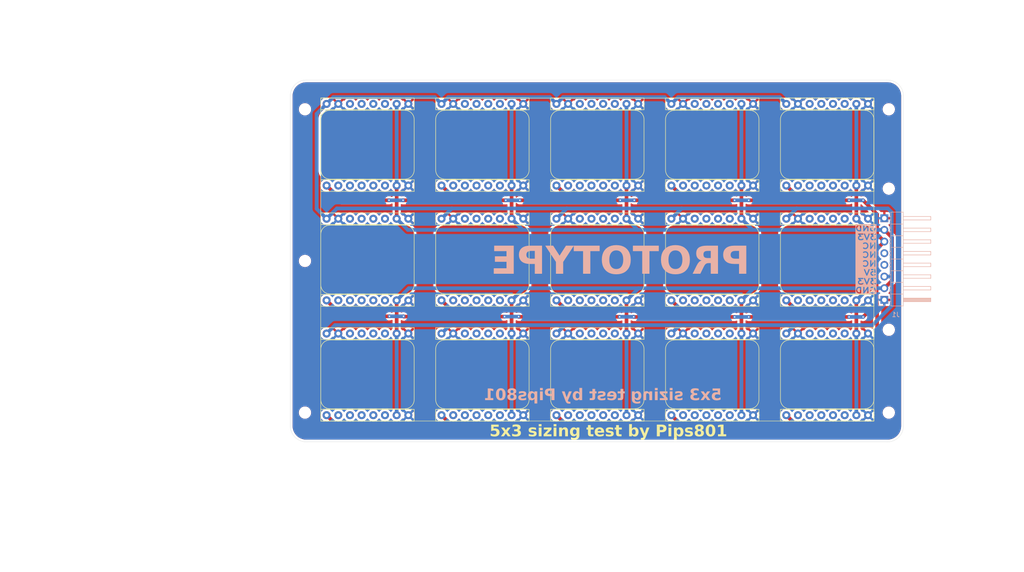
<source format=kicad_pcb>
(kicad_pcb (version 20240108) (generator "pcbnew") (generator_version "8.0")
  (title_block (title "5x3 sizing test") (date "2025-01-13") (rev "R1"))
  (layers (0 "F.Cu" signal) (31 "B.Cu" signal) (34 "B.Paste" user) (35 "F.Paste" user) (36 "B.SilkS" user "B.Silkscreen") (37 "F.SilkS" user "F.Silkscreen") (38 "B.Mask" user) (39 "F.Mask" user) (44 "Edge.Cuts" user))
  (net 0 "")
  (net 2 "+5V")
  (net 3 "PROG4")
  (net 4 "GND")
  (net 5 "PROG1")
  (net 6 "CLK")
  (net 7 "+3.3V")
  (net 8 "SDA")
  (net 9 "PROG3")
  (net 11 "PROG2")
  (net 13 "SCL")
  (footprint "MiniBadge:MiniBadge_Slot_Reflective" (layer "F.Cu") (at 172.415 43.275)
    (property "Reference" "MB4" (hide yes))
    (property "Value" "MiniBadge_Full")
  )
  (footprint "MiniBadge:MiniBadge_Slot_Reflective" (layer "F.Cu") (at 197.415 68.275)
    (property "Reference" "MB10" (hide yes))
    (property "Value" "MiniBadge_Full")
  )
  (footprint "MountingHole:MountingHole_2.2mm_M2" (layer "F.Cu") (at 220.98 45.72)
    (property "Reference" "REF**")
    (property "Value" "MountingHole_2.2mm_M2")
  )
  (footprint "MountingHole:MountingHole_2.2mm_M2" (layer "F.Cu") (at 93.98 45.72)
    (property "Reference" "REF**")
    (property "Value" "MountingHole_2.2mm_M2")
  )
  (footprint "MiniBadge:MiniBadge_Slot_Reflective" (layer "F.Cu") (at 172.415 68.275)
    (property "Reference" "MB9" (hide yes))
    (property "Value" "MiniBadge_Full")
  )
  (footprint "MiniBadge:MiniBadge_Slot_Reflective" (layer "F.Cu") (at 147.415 68.275)
    (property "Reference" "MB8" (hide yes))
    (property "Value" "MiniBadge_Full")
  )
  (footprint "MiniBadge:MiniBadge_Slot_Reflective" (layer "F.Cu") (at 122.415 68.275)
    (property "Reference" "MB7" (hide yes))
    (property "Value" "MiniBadge_Full")
  )
  (footprint "MiniBadge:MiniBadge_Slot_Reflective" (layer "F.Cu") (at 122.415 43.275)
    (property "Reference" "MB2" (hide yes))
    (property "Value" "MiniBadge_Full")
  )
  (footprint "MiniBadge:MiniBadge_Slot_Reflective" (layer "F.Cu") (at 147.415 93.275)
    (property "Reference" "MB13" (hide yes))
    (property "Value" "MiniBadge_Full")
  )
  (footprint "MiniBadge:MiniBadge_Slot_Reflective" (layer "F.Cu") (at 197.415 93.275)
    (property "Reference" "MB15" (hide yes))
    (property "Value" "MiniBadge_Full")
  )
  (footprint "MiniBadge:MiniBadge_Slot_Reflective" (layer "F.Cu") (at 122.415 93.275)
    (property "Reference" "MB12" (hide yes))
    (property "Value" "MiniBadge_Full")
  )
  (footprint "MiniBadge:MiniBadge_Slot_Reflective" (layer "F.Cu") (at 197.415 43.275)
    (property "Reference" "MB5" (hide yes))
    (property "Value" "MiniBadge_Full")
  )
  (footprint "MiniBadge:MiniBadge_Slot_Reflective" (layer "F.Cu") (at 97.415 68.275)
    (property "Reference" "MB6" (hide yes))
    (property "Value" "MiniBadge_Full")
  )
  (footprint "MiniBadge:MiniBadge_Slot_Reflective" (layer "F.Cu") (at 147.415 43.275)
    (property "Reference" "MB3" (hide yes))
    (property "Value" "MiniBadge_Full")
  )
  (footprint "MountingHole:MountingHole_2.2mm_M2" (layer "F.Cu") (at 93.98 111.76)
    (property "Reference" "REF**")
    (property "Value" "MountingHole_2.2mm_M2")
  )
  (footprint "MountingHole:MountingHole_2.2mm_M2" (layer "F.Cu") (at 220.98 93.726)
    (property "Reference" "REF**")
    (property "Value" "MountingHole_2.2mm_M2")
  )
  (footprint "MountingHole:MountingHole_2.2mm_M2" (layer "F.Cu") (at 220.98 62.992)
    (property "Reference" "REF**")
    (property "Value" "MountingHole_2.2mm_M2")
  )
  (footprint "MountingHole:MountingHole_2.2mm_M2" (layer "F.Cu") (at 93.98 78.74)
    (property "Reference" "REF**")
    (property "Value" "MountingHole_2.2mm_M2")
  )
  (footprint "MountingHole:MountingHole_2.2mm_M2" (layer "F.Cu") (at 220.98 111.76)
    (property "Reference" "REF**")
    (property "Value" "MountingHole_2.2mm_M2")
  )
  (footprint "MiniBadge:MiniBadge_Slot_Reflective" (layer "F.Cu") (at 97.415 93.275)
    (property "Reference" "MB11" (hide yes))
    (property "Value" "MiniBadge_Full")
  )
  (footprint "MiniBadge:MiniBadge_Slot_Reflective" (layer "F.Cu") (at 172.415 93.275)
    (property "Reference" "MB14" (hide yes))
    (property "Value" "MiniBadge_Full")
  )
  (footprint "MiniBadge:MiniBadge_Slot_Reflective" (layer "F.Cu") (at 97.415 43.275)
    (property "Reference" "MB1" (hide yes))
    (property "Value" "MiniBadge_Full")
  )
  (footprint "Connector_PinHeader_2.54mm:PinHeader_1x08_P2.54mm_Horizontal" (layer "B.Cu") (at 220.013793 87.217334)
    (property "Reference" "J1")
    (property "Value" "Conn_01x08_Socket")
  )
  (gr_rect (start 97.415 43.275) (end 217.735 113.595) (stroke (width 0.1)) (fill none) (layer "F.SilkS"))
  (gr_line (start 220.632892 118.134314) (end 94.327108 118.134314) (stroke (width 0.05)) (layer "Edge.Cuts"))
  (gr_arc (start 94.327108 118.134314) (mid 91.827981 117.14061) (end 90.792808 114.741595) (stroke (width 0.05)) (layer "Edge.Cuts"))
  (gr_line (start 90.792808 114.741595) (end 90.792808 42.738406) (stroke (width 0.05)) (layer "Edge.Cuts"))
  (gr_line (start 224.167192 42.738406) (end 224.167192 114.741595) (stroke (width 0.05)) (layer "Edge.Cuts"))
  (gr_arc (start 90.792808 42.738406) (mid 91.827981 40.33939) (end 94.327108 39.345687) (stroke (width 0.05)) (layer "Edge.Cuts"))
  (gr_arc (start 220.632892 39.345687) (mid 223.132019 40.33939) (end 224.167192 42.738406) (stroke (width 0.05)) (layer "Edge.Cuts"))
  (gr_arc (start 224.167192 114.741595) (mid 223.132019 117.14061) (end 220.632892 118.134314) (stroke (width 0.05)) (layer "Edge.Cuts"))
  (gr_line (start 94.327108 39.345687) (end 220.632892 39.345687) (stroke (width 0.05)) (layer "Edge.Cuts"))
  (gr_text "${TITLE} by Pips801" (at 184.658 109.474 0) (layer "B.SilkS") (effects (font (size 2.5 2.5) (thickness 0.3)) (justify left bottom mirror)))
  (gr_text "PROTOTYPE" (at 190.754 82.55 0) (layer "B.SilkS") (effects (font (size 6 6) (thickness 0.3) (bold yes)) (justify left bottom mirror)))
  (gr_text "GND\n3V3\nNC\nNC\nNC\n5V\n3V3\nGND" (at 218.44 85.852 -0) (layer "B.SilkS" knockout) (effects (font (size 1.2 1.5) (thickness 0.25)) (justify left bottom mirror)))
  (gr_text "${TITLE} by Pips801" (at 134.112 117.348 -0) (layer "F.SilkS") (effects (font (size 2.5 2.5) (thickness 0.3)) (justify left bottom)))
  (segment (start 198.685 44.545) (end 197.21 43.07) (width 0.8) (layer "B.Cu") (net 2))
  (segment (start 172.21 43.07) (end 150.16 43.07) (width 0.8) (layer "B.Cu") (net 2))
  (segment (start 100.52 92.71) (end 98.685 94.545) (width 0.8) (layer "B.Cu") (net 2))
  (segment (start 100.16 43.07) (end 98.685 44.545) (width 0.8) (layer "B.Cu") (net 2))
  (segment (start 125.92 67.31) (end 100.92 67.31) (width 0.8) (layer "B.Cu") (net 2))
  (segment (start 200.92 67.31) (end 198.685 69.545) (width 0.8) (layer "B.Cu") (net 2))
  (segment (start 98.685 44.545) (end 96.52 46.71) (width 0.8) (layer "B.Cu") (net 2))
  (segment (start 96.52 46.71) (end 96.52 67.38) (width 0.8) (layer "B.Cu") (net 2))
  (segment (start 175.52 92.71) (end 150.52 92.71) (width 0.8) (layer "B.Cu") (net 2))
  (segment (start 125.16 43.07) (end 123.685 44.545) (width 0.8) (layer "B.Cu") (net 2))
  (segment (start 197.21 43.07) (end 175.16 43.07) (width 0.8) (layer "B.Cu") (net 2))
  (segment (start 221.241459 82.137334) (end 221.463793 81.915) (width 0.8) (layer "B.Cu") (net 2))
  (segment (start 175.16 43.07) (end 173.685 44.545) (width 0.8) (layer "B.Cu") (net 2))
  (segment (start 150.92 67.31) (end 125.92 67.31) (width 0.8) (layer "B.Cu") (net 2))
  (segment (start 220.786459 67.31) (end 200.92 67.31) (width 0.8) (layer "B.Cu") (net 2))
  (segment (start 221.615 88.516127) (end 221.615 82.066207) (width 0.8) (layer "B.Cu") (net 2))
  (segment (start 96.52 67.38) (end 98.685 69.545) (width 0.8) (layer "B.Cu") (net 2))
  (segment (start 200.52 92.71) (end 217.421127 92.71) (width 0.8) (layer "B.Cu") (net 2))
  (segment (start 150.92 67.31) (end 148.685 69.545) (width 0.8) (layer "B.Cu") (net 2))
  (segment (start 221.463793 81.915) (end 221.615 81.763793) (width 0.8) (layer "B.Cu") (net 2))
  (segment (start 175.92 67.31) (end 150.92 67.31) (width 0.8) (layer "B.Cu") (net 2))
  (segment (start 150.16 43.07) (end 148.685 44.545) (width 0.8) (layer "B.Cu") (net 2))
  (segment (start 221.615 82.066207) (end 221.463793 81.915) (width 0.8) (layer "B.Cu") (net 2))
  (segment (start 125.52 92.71) (end 100.52 92.71) (width 0.8) (layer "B.Cu") (net 2))
  (segment (start 221.615 81.763793) (end 221.615 68.138541) (width 0.8) (layer "B.Cu") (net 2))
  (segment (start 220.013793 82.137334) (end 221.241459 82.137334) (width 0.8) (layer "B.Cu") (net 2))
  (segment (start 173.685 44.545) (end 172.21 43.07) (width 0.8) (layer "B.Cu") (net 2))
  (segment (start 200.52 92.71) (end 198.685 94.545) (width 0.8) (layer "B.Cu") (net 2))
  (segment (start 122.21 43.07) (end 100.16 43.07) (width 0.8) (layer "B.Cu") (net 2))
  (segment (start 175.92 67.31) (end 173.685 69.545) (width 0.8) (layer "B.Cu") (net 2))
  (segment (start 123.685 44.545) (end 122.21 43.07) (width 0.8) (layer "B.Cu") (net 2))
  (segment (start 217.421127 92.71) (end 221.615 88.516127) (width 0.8) (layer "B.Cu") (net 2))
  (segment (start 150.52 92.71) (end 125.52 92.71) (width 0.8) (layer "B.Cu") (net 2))
  (segment (start 150.52 92.71) (end 148.685 94.545) (width 0.8) (layer "B.Cu") (net 2))
  (segment (start 125.92 67.31) (end 123.685 69.545) (width 0.8) (layer "B.Cu") (net 2))
  (segment (start 200.92 67.31) (end 175.92 67.31) (width 0.8) (layer "B.Cu") (net 2))
  (segment (start 147.21 43.07) (end 125.16 43.07) (width 0.8) (layer "B.Cu") (net 2))
  (segment (start 200.52 92.71) (end 175.52 92.71) (width 0.8) (layer "B.Cu") (net 2))
  (segment (start 148.685 44.545) (end 147.21 43.07) (width 0.8) (layer "B.Cu") (net 2))
  (segment (start 175.52 92.71) (end 173.685 94.545) (width 0.8) (layer "B.Cu") (net 2))
  (segment (start 221.615 68.138541) (end 220.786459 67.31) (width 0.8) (layer "B.Cu") (net 2))
  (segment (start 125.52 92.71) (end 123.685 94.545) (width 0.8) (layer "B.Cu") (net 2))
  (segment (start 100.92 67.31) (end 98.685 69.545) (width 0.8) (layer "B.Cu") (net 2))
  (segment (start 218.335242 87.884) (end 218.335242 87.988758) (width 0.8) (layer "F.Cu") (net 6))
  (segment (start 176.892 65.532) (end 165.608 65.532) (width 0.8) (layer "F.Cu") (net 6))
  (segment (start 162.56 65.532) (end 151.892 65.532) (width 0.8) (layer "F.Cu") (net 6))
  (segment (start 151.892 65.532) (end 140.716 65.532) (width 0.8) (layer "F.Cu") (net 6))
  (segment (start 187.452 65.532) (end 176.892 65.532) (width 0.8) (layer "F.Cu") (net 6))
  (segment (start 137.404997 90.856212) (end 127.216212 90.856212) (width 0.8) (layer "F.Cu") (net 6))
  (segment (start 140.498469 90.901684) (end 140.452997 90.856212) (width 0.8) (layer "F.Cu") (net 6))
  (segment (start 217.465992 114.3) (end 200.66 114.3) (width 0.8) (layer "F.Cu") (net 6))
  (segment (start 102.155581 90.795581) (end 98.685 87.325) (width 0.8) (layer "F.Cu") (net 6))
  (segment (start 218.335242 76.195885) (end 218.335242 87.884) (width 0.8) (layer "F.Cu") (net 6))
  (segment (start 218.44 68.58) (end 215.392 65.532) (width 0.8) (layer "F.Cu") (net 6))
  (segment (start 152.261684 90.901684) (end 140.498469 90.901684) (width 0.8) (layer "F.Cu") (net 6))
  (segment (start 218.335242 87.884) (end 218.44 87.988758) (width 0.8) (layer "F.Cu") (net 6))
  (segment (start 200.66 114.3) (end 198.685 112.325) (width 0.8) (layer "F.Cu") (net 6))
  (segment (start 115.473331 90.856212) (end 115.4127 90.795581) (width 0.8) (layer "F.Cu") (net 6))
  (segment (start 218.335242 87.988758) (end 215.392 90.932) (width 0.8) (layer "F.Cu") (net 6))
  (segment (start 202.292 90.932) (end 190.5 90.932) (width 0.8) (layer "F.Cu") (net 6))
  (segment (start 175.66 114.3) (end 150.66 114.3) (width 0.8) (layer "F.Cu") (net 6))
  (segment (start 218.44 113.325992) (end 217.465992 114.3) (width 0.8) (layer "F.Cu") (net 6))
  (segment (start 212.344 65.532) (end 201.892 65.532) (width 0.8) (layer "F.Cu") (net 6))
  (segment (start 201.892 65.532) (end 198.685 62.325) (width 0.8) (layer "F.Cu") (net 6))
  (segment (start 177.292 90.932) (end 173.685 87.325) (width 0.8) (layer "F.Cu") (net 6))
  (segment (start 125.514 114.154) (end 100.514 114.154) (width 0.8) (layer "F.Cu") (net 6))
  (segment (start 162.430137 90.901684) (end 152.261684 90.901684) (width 0.8) (layer "F.Cu") (net 6))
  (segment (start 112.3647 90.795581) (end 102.155581 90.795581) (width 0.8) (layer "F.Cu") (net 6))
  (segment (start 165.508453 90.932) (end 165.478137 90.901684) (width 0.8) (layer "F.Cu") (net 6))
  (segment (start 218.44 87.988758) (end 218.44 113.325992) (width 0.8) (layer "F.Cu") (net 6))
  (segment (start 100.514 114.154) (end 98.685 112.325) (width 0.8) (layer "F.Cu") (net 6))
  (segment (start 175.66 114.3) (end 173.685 112.325) (width 0.8) (layer "F.Cu") (net 6))
  (segment (start 218.44 72.943541) (end 218.44 68.58) (width 0.8) (layer "F.Cu") (net 6))
  (segment (start 127.216212 90.856212) (end 123.685 87.325) (width 0.8) (layer "F.Cu") (net 6))
  (segment (start 220.013793 74.517334) (end 218.335242 76.195885) (width 0.8) (layer "F.Cu") (net 6))
  (segment (start 202.292 90.932) (end 198.685 87.325) (width 0.8) (layer "F.Cu") (net 6))
  (segment (start 220.013793 74.517334) (end 218.44 72.943541) (width 0.8) (layer "F.Cu") (net 6))
  (segment (start 126.892 65.532) (end 115.316 65.532) (width 0.8) (layer "F.Cu") (net 6))
  (segment (start 127.216212 90.856212) (end 115.473331 90.856212) (width 0.8) (layer "F.Cu") (net 6))
  (segment (start 152.261684 90.901684) (end 148.685 87.325) (width 0.8) (layer "F.Cu") (net 6))
  (segment (start 150.514 114.154) (end 125.514 114.154) (width 0.8) (layer "F.Cu") (net 6))
  (segment (start 112.268 65.532) (end 101.892 65.532) (width 0.8) (layer "F.Cu") (net 6))
  (segment (start 177.292 90.932) (end 165.508453 90.932) (width 0.8) (layer "F.Cu") (net 6))
  (segment (start 150.66 114.3) (end 150.514 114.154) (width 0.8) (layer "F.Cu") (net 6))
  (segment (start 187.452 90.932) (end 177.292 90.932) (width 0.8) (layer "F.Cu") (net 6))
  (segment (start 126.892 65.532) (end 123.685 62.325) (width 0.8) (layer "F.Cu") (net 6))
  (segment (start 201.892 65.532) (end 190.5 65.532) (width 0.8) (layer "F.Cu") (net 6))
  (segment (start 125.514 114.154) (end 123.685 112.325) (width 0.8) (layer "F.Cu") (net 6))
  (segment (start 200.66 114.3) (end 175.66 114.3) (width 0.8) (layer "F.Cu") (net 6))
  (segment (start 137.668 65.532) (end 126.892 65.532) (width 0.8) (layer "F.Cu") (net 6))
  (segment (start 151.892 65.532) (end 148.685 62.325) (width 0.8) (layer "F.Cu") (net 6))
  (segment (start 212.344 90.932) (end 202.292 90.932) (width 0.8) (layer "F.Cu") (net 6))
  (segment (start 176.892 65.532) (end 173.685 62.325) (width 0.8) (layer "F.Cu") (net 6))
  (segment (start 101.892 65.532) (end 98.685 62.325) (width 0.8) (layer "F.Cu") (net 6))
  (segment (start 150.66 114.3) (end 148.685 112.325) (width 0.8) (layer "F.Cu") (net 6))
  (via (at 215.392 65.532) (size 0.6) (drill 0.3) (layers "F.Cu" "B.Cu") (net 6))
  (via (at 190.5 90.932) (size 0.6) (drill 0.3) (layers "F.Cu" "B.Cu") (net 6))
  (via (at 162.56 65.532) (size 0.6) (drill 0.3) (layers "F.Cu" "B.Cu") (net 6))
  (via (at 165.478137 90.901684) (size 0.6) (drill 0.3) (layers "F.Cu" "B.Cu") (net 6))
  (via (at 212.344 90.932) (size 0.6) (drill 0.3) (layers "F.Cu" "B.Cu") (net 6))
  (via (at 187.452 90.932) (size 0.6) (drill 0.3) (layers "F.Cu" "B.Cu") (net 6))
  (via (at 162.430137 90.901684) (size 0.6) (drill 0.3) (layers "F.Cu" "B.Cu") (net 6))
  (via (at 137.668 65.532) (size 0.6) (drill 0.3) (layers "F.Cu" "B.Cu") (net 6))
  (via (at 165.608 65.532) (size 0.6) (drill 0.3) (layers "F.Cu" "B.Cu") (net 6))
  (via (at 140.716 65.532) (size 0.6) (drill 0.3) (layers "F.Cu" "B.Cu") (net 6))
  (via (at 115.4127 90.795581) (size 0.6) (drill 0.3) (layers "F.Cu" "B.Cu") (net 6))
  (via (at 212.344 65.532) (size 0.6) (drill 0.3) (layers "F.Cu" "B.Cu") (net 6))
  (via (at 112.3647 90.795581) (size 0.6) (drill 0.3) (layers "F.Cu" "B.Cu") (net 6))
  (via (at 137.404997 90.856212) (size 0.6) (drill 0.3) (layers "F.Cu" "B.Cu") (net 6))
  (via (at 112.268 65.532) (size 0.6) (drill 0.3) (layers "F.Cu" "B.Cu") (net 6))
  (via (at 190.5 65.532) (size 0.6) (drill 0.3) (layers "F.Cu" "B.Cu") (net 6))
  (via (at 215.392 90.932) (size 0.6) (drill 0.3) (layers "F.Cu" "B.Cu") (net 6))
  (via (at 140.452997 90.856212) (size 0.6) (drill 0.3) (layers "F.Cu" "B.Cu") (net 6))
  (via (at 115.316 65.532) (size 0.6) (drill 0.3) (layers "F.Cu" "B.Cu") (net 6))
  (via (at 187.452 65.532) (size 0.6) (drill 0.3) (layers "F.Cu" "B.Cu") (net 6))
  (segment (start 165.478137 90.901684) (end 162.430137 90.901684) (width 0.8) (layer "B.Cu") (net 6))
  (segment (start 215.392 65.532) (end 212.344 65.532) (width 0.8) (layer "B.Cu") (net 6))
  (segment (start 140.452997 90.856212) (end 137.404997 90.856212) (width 0.8) (layer "B.Cu") (net 6))
  (segment (start 115.4127 90.795581) (end 112.3647 90.795581) (width 0.8) (layer "B.Cu") (net 6))
  (segment (start 140.716 65.532) (end 137.668 65.532) (width 0.8) (layer "B.Cu") (net 6))
  (segment (start 190.5 90.932) (end 187.452 90.932) (width 0.8) (layer "B.Cu") (net 6))
  (segment (start 215.392 90.932) (end 212.344 90.932) (width 0.8) (layer "B.Cu") (net 6))
  (segment (start 115.316 65.532) (end 112.268 65.532) (width 0.8) (layer "B.Cu") (net 6))
  (segment (start 190.5 65.532) (end 187.452 65.532) (width 0.8) (layer "B.Cu") (net 6))
  (segment (start 165.608 65.532) (end 162.56 65.532) (width 0.8) (layer "B.Cu") (net 6))
  (segment (start 221.71031 73.673851) (end 221.71031 82.980817) (width 0.8) (layer "F.Cu") (net 7))
  (segment (start 221.71031 82.980817) (end 220.013793 84.677334) (width 0.8) (layer "F.Cu") (net 7))
  (segment (start 220.013793 71.977334) (end 221.71031 73.673851) (width 0.8) (layer "F.Cu") (net 7))
  (segment (start 113.925 69.545) (end 113.925 62.325) (width 0.8) (layer "F.Cu") (net 7))
  (segment (start 213.925 87.325) (end 213.925 94.545) (width 0.8) (layer "F.Cu") (net 7))
  (segment (start 188.925 69.545) (end 188.925 62.325) (width 0.8) (layer "F.Cu") (net 7))
  (segment (start 163.925 94.545) (end 163.925 87.325) (width 0.8) (layer "F.Cu") (net 7))
  (segment (start 163.925 69.545) (end 163.925 62.325) (width 0.8) (layer "F.Cu") (net 7))
  (segment (start 138.925 87.325) (end 138.925 94.545) (width 0.8) (layer "F.Cu") (net 7))
  (segment (start 138.925 69.545) (end 138.925 62.325) (width 0.8) (layer "F.Cu") (net 7))
  (segment (start 188.925 87.325) (end 188.925 94.545) (width 0.8) (layer "F.Cu") (net 7))
  (segment (start 113.925 87.325) (end 113.925 94.545) (width 0.8) (layer "F.Cu") (net 7))
  (segment (start 213.925 69.545) (end 213.925 62.325) (width 0.8) (layer "F.Cu") (net 7))
  (segment (start 191.357334 71.977334) (end 166.357334 71.977334) (width 0.8) (layer "B.Cu") (net 7))
  (segment (start 191.357334 71.977334) (end 188.925 69.545) (width 0.8) (layer "B.Cu") (net 7))
  (segment (start 163.925 112.325) (end 163.925 94.545) (width 0.8) (layer "B.Cu") (net 7))
  (segment (start 166.572666 84.677334) (end 141.572666 84.677334) (width 0.8) (layer "B.Cu") (net 7))
  (segment (start 116.357334 71.977334) (end 113.925 69.545) (width 0.8) (layer "B.Cu") (net 7))
  (segment (start 191.572666 84.677334) (end 166.572666 84.677334) (width 0.8) (layer "B.Cu") (net 7))
  (segment (start 213.925 62.325) (end 213.925 44.545) (width 0.8) (layer "B.Cu") (net 7))
  (segment (start 188.925 94.545) (end 188.925 112.325) (width 0.8) (layer "B.Cu") (net 7))
  (segment (start 141.572666 84.677334) (end 138.925 87.325) (width 0.8) (layer "B.Cu") (net 7))
  (segment (start 113.925 94.545) (end 113.925 112.325) (width 0.8) (layer "B.Cu") (net 7))
  (segment (start 220.013793 84.677334) (end 216.572666 84.677334) (width 0.8) (layer "B.Cu") (net 7))
  (segment (start 138.925 94.545) (end 138.925 112.325) (width 0.8) (layer "B.Cu") (net 7))
  (segment (start 113.925 62.325) (end 113.925 44.545) (width 0.8) (layer "B.Cu") (net 7))
  (segment (start 166.357334 71.977334) (end 163.925 69.545) (width 0.8) (layer "B.Cu") (net 7))
  (segment (start 138.925 62.325) (end 138.925 44.545) (width 0.8) (layer "B.Cu") (net 7))
  (segment (start 216.357334 71.977334) (end 191.357334 71.977334) (width 0.8) (layer "B.Cu") (net 7))
  (segment (start 163.925 62.325) (end 163.925 44.545) (width 0.8) (layer "B.Cu") (net 7))
  (segment (start 216.572666 84.677334) (end 191.572666 84.677334) (width 0.8) (layer "B.Cu") (net 7))
  (segment (start 116.572666 84.677334) (end 113.925 87.325) (width 0.8) (layer "B.Cu") (net 7))
  (segment (start 166.572666 84.677334) (end 163.925 87.325) (width 0.8) (layer "B.Cu") (net 7))
  (segment (start 216.357334 71.977334) (end 213.925 69.545) (width 0.8) (layer "B.Cu") (net 7))
  (segment (start 141.357334 71.977334) (end 116.357334 71.977334) (width 0.8) (layer "B.Cu") (net 7))
  (segment (start 188.925 62.325) (end 188.925 44.545) (width 0.8) (layer "B.Cu") (net 7))
  (segment (start 141.357334 71.977334) (end 138.925 69.545) (width 0.8) (layer "B.Cu") (net 7))
  (segment (start 166.357334 71.977334) (end 141.357334 71.977334) (width 0.8) (layer "B.Cu") (net 7))
  (segment (start 220.013793 71.977334) (end 216.357334 71.977334) (width 0.8) (layer "B.Cu") (net 7))
  (segment (start 213.925 94.545) (end 213.925 112.325) (width 0.8) (layer "B.Cu") (net 7))
  (segment (start 191.572666 84.677334) (end 188.925 87.325) (width 0.8) (layer "B.Cu") (net 7))
  (segment (start 141.572666 84.677334) (end 116.572666 84.677334) (width 0.8) (layer "B.Cu") (net 7))
  (segment (start 216.572666 84.677334) (end 213.925 87.325) (width 0.8) (layer "B.Cu") (net 7))
  (zone (net 4) (net_name "GND") (layers "F&B.Cu") (connect_pads (clearance 0.5)) (min_thickness 0.25) (fill yes (thermal_gap 0.5) (thermal_bridge_width 0.5) (island_removal_mode 1) (island_area_min 10))
    (polygon (pts (xy 88.9 38.1) (xy 88.9 119.38) (xy 226.06 119.38) (xy 226.06 38.1)))
  )
)
</source>
